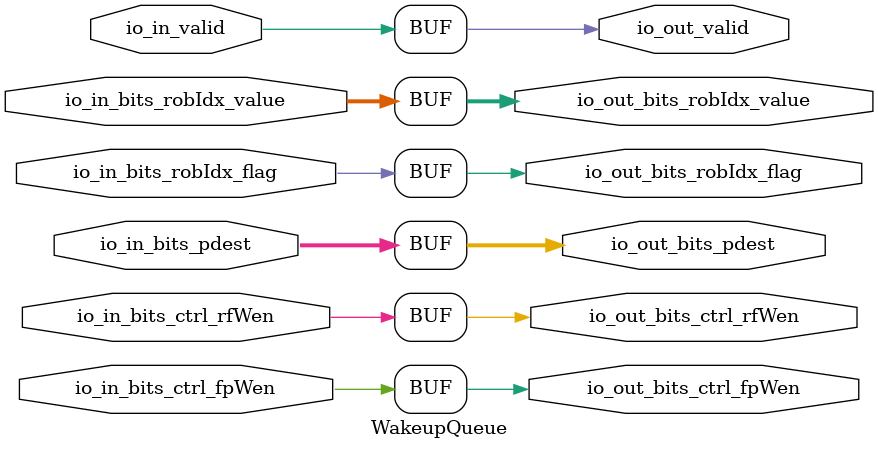
<source format=v>
module WakeupQueue(
  input        io_in_valid,
  input        io_in_bits_ctrl_rfWen,
  input        io_in_bits_ctrl_fpWen,
  input  [5:0] io_in_bits_pdest,
  input        io_in_bits_robIdx_flag,
  input  [4:0] io_in_bits_robIdx_value,
  output       io_out_valid,
  output       io_out_bits_ctrl_rfWen,
  output       io_out_bits_ctrl_fpWen,
  output [5:0] io_out_bits_pdest,
  output       io_out_bits_robIdx_flag,
  output [4:0] io_out_bits_robIdx_value
);
  assign io_out_valid = io_in_valid; // @[WakeupQueue.scala 37:18]
  assign io_out_bits_ctrl_rfWen = io_in_bits_ctrl_rfWen; // @[WakeupQueue.scala 36:11]
  assign io_out_bits_ctrl_fpWen = io_in_bits_ctrl_fpWen; // @[WakeupQueue.scala 36:11]
  assign io_out_bits_pdest = io_in_bits_pdest; // @[WakeupQueue.scala 36:11]
  assign io_out_bits_robIdx_flag = io_in_bits_robIdx_flag; // @[WakeupQueue.scala 36:11]
  assign io_out_bits_robIdx_value = io_in_bits_robIdx_value; // @[WakeupQueue.scala 36:11]
endmodule


</source>
